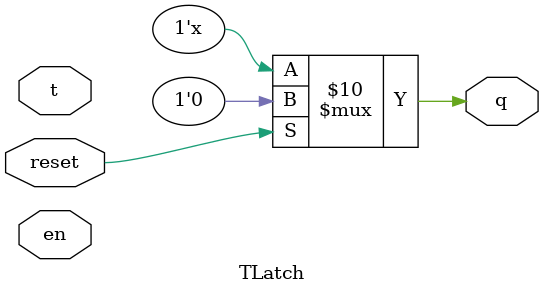
<source format=v>
`timescale 1ns / 1ps
module TLatch(
    input t,
    input en,
	 input reset,
    output reg q
    );
	 always @(en,t,reset)
	 begin
	 if(reset)
	 begin
	 q<=0;
	 end
	 
	 else if(en)
	  begin
		if(t)
			q<=~q;
		else
			q<=q;
		end
		else
		q<=q;
		
			
	 end


endmodule

</source>
